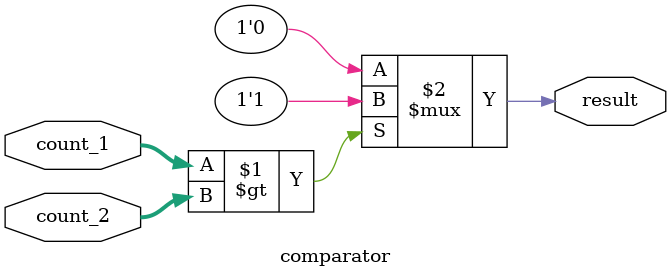
<source format=v>
`timescale 1ns / 1ps

module comparator(
    input wire [0:15] count_1,
    input wire [0:15] count_2,
    output wire result
);
    assign result = (count_1 > count_2) ? 1'b1 : 1'b0;
endmodule


</source>
